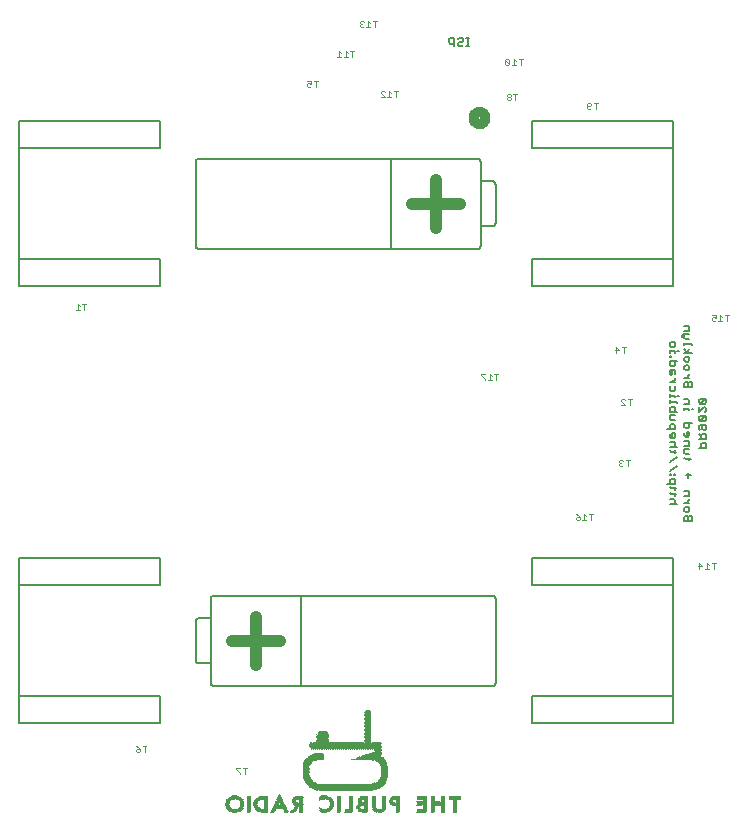
<source format=gbo>
G75*
%MOIN*%
%OFA0B0*%
%FSLAX24Y24*%
%IPPOS*%
%LPD*%
%AMOC8*
5,1,8,0,0,1.08239X$1,22.5*
%
%ADD10R,0.0110X0.0010*%
%ADD11R,0.0010X0.0010*%
%ADD12R,0.0030X0.0010*%
%ADD13R,0.0070X0.0010*%
%ADD14C,0.0070*%
%ADD15C,0.0320*%
%ADD16C,0.0050*%
%ADD17C,0.0080*%
%ADD18C,0.0400*%
%ADD19C,0.0040*%
%ADD20R,0.0015X0.0015*%
%ADD21R,0.0107X0.0015*%
%ADD22R,0.0123X0.0015*%
%ADD23R,0.0138X0.0015*%
%ADD24R,0.0353X0.0015*%
%ADD25R,0.0230X0.0015*%
%ADD26R,0.0261X0.0015*%
%ADD27R,0.0292X0.0015*%
%ADD28R,0.0154X0.0015*%
%ADD29R,0.0276X0.0015*%
%ADD30R,0.0322X0.0015*%
%ADD31R,0.0307X0.0015*%
%ADD32R,0.0169X0.0015*%
%ADD33R,0.0338X0.0015*%
%ADD34R,0.0384X0.0015*%
%ADD35R,0.0369X0.0015*%
%ADD36R,0.0415X0.0015*%
%ADD37R,0.0399X0.0015*%
%ADD38R,0.0445X0.0015*%
%ADD39R,0.0476X0.0015*%
%ADD40R,0.0200X0.0015*%
%ADD41R,0.0430X0.0015*%
%ADD42R,0.0077X0.0015*%
%ADD43R,0.0184X0.0015*%
%ADD44R,0.0046X0.0015*%
%ADD45R,0.0031X0.0015*%
%ADD46R,0.0246X0.0015*%
%ADD47R,0.0461X0.0015*%
%ADD48R,0.0092X0.0015*%
%ADD49R,0.0061X0.0015*%
%ADD50R,0.1981X0.0015*%
%ADD51R,0.2165X0.0015*%
%ADD52R,0.2288X0.0015*%
%ADD53R,0.2380X0.0015*%
%ADD54R,0.2472X0.0015*%
%ADD55R,0.2533X0.0015*%
%ADD56R,0.2595X0.0015*%
%ADD57R,0.0215X0.0015*%
%ADD58R,0.1075X0.0015*%
%ADD59R,0.0568X0.0015*%
%ADD60R,0.0952X0.0015*%
%ADD61R,0.0844X0.0015*%
%ADD62R,0.0537X0.0015*%
%ADD63R,0.0691X0.0015*%
%ADD64R,0.0507X0.0015*%
%ADD65R,0.0583X0.0015*%
%ADD66R,0.2365X0.0015*%
%ADD67R,0.2395X0.0015*%
%ADD68R,0.2349X0.0015*%
D10*
X014160Y005150D03*
D11*
X014200Y005160D03*
D12*
X014170Y005160D03*
X014130Y005160D03*
D13*
X014160Y005170D03*
D14*
X024772Y011220D02*
X025022Y011220D01*
X024939Y011262D02*
X024939Y011345D01*
X024897Y011387D01*
X024772Y011387D01*
X024814Y011556D02*
X024772Y011598D01*
X024814Y011556D02*
X024980Y011556D01*
X024939Y011515D02*
X024939Y011598D01*
X024939Y011711D02*
X024939Y011794D01*
X024980Y011753D02*
X024814Y011753D01*
X024772Y011794D01*
X024772Y011907D02*
X024772Y012033D01*
X024814Y012074D01*
X024897Y012074D01*
X024939Y012033D01*
X024939Y011907D01*
X024688Y011907D01*
X024772Y012202D02*
X024814Y012202D01*
X024814Y012244D01*
X024772Y012244D01*
X024772Y012202D01*
X024897Y012202D02*
X024939Y012202D01*
X024939Y012244D01*
X024897Y012244D01*
X024897Y012202D01*
X024772Y012349D02*
X025022Y012516D01*
X024772Y012644D02*
X025022Y012811D01*
X024939Y012939D02*
X024939Y013022D01*
X024980Y012980D02*
X024814Y012980D01*
X024772Y013022D01*
X024772Y013135D02*
X025022Y013135D01*
X024939Y013177D02*
X024939Y013260D01*
X024897Y013302D01*
X024772Y013302D01*
X024814Y013430D02*
X024897Y013430D01*
X024939Y013471D01*
X024939Y013555D01*
X024897Y013597D01*
X024855Y013597D01*
X024855Y013430D01*
X024814Y013430D02*
X024772Y013471D01*
X024772Y013555D01*
X024772Y013724D02*
X024772Y013850D01*
X024814Y013891D01*
X024897Y013891D01*
X024939Y013850D01*
X024939Y013724D01*
X024688Y013724D01*
X024814Y014019D02*
X024772Y014061D01*
X024772Y014186D01*
X024939Y014186D01*
X024939Y014314D02*
X024939Y014439D01*
X024897Y014481D01*
X024814Y014481D01*
X024772Y014439D01*
X024772Y014314D01*
X025022Y014314D01*
X025252Y014363D02*
X025252Y014446D01*
X025252Y014405D02*
X025419Y014405D01*
X025419Y014363D01*
X025502Y014405D02*
X025544Y014405D01*
X025732Y014456D02*
X025732Y014289D01*
X025899Y014456D01*
X025940Y014456D01*
X025982Y014414D01*
X025982Y014331D01*
X025940Y014289D01*
X025940Y014161D02*
X025774Y013995D01*
X025732Y014036D01*
X025732Y014120D01*
X025774Y014161D01*
X025940Y014161D01*
X025982Y014120D01*
X025982Y014036D01*
X025940Y013995D01*
X025774Y013995D01*
X025774Y013867D02*
X025940Y013867D01*
X025982Y013825D01*
X025982Y013742D01*
X025940Y013700D01*
X025899Y013700D01*
X025857Y013742D01*
X025857Y013867D01*
X025774Y013867D02*
X025732Y013825D01*
X025732Y013742D01*
X025774Y013700D01*
X025732Y013572D02*
X025815Y013489D01*
X025815Y013530D02*
X025815Y013405D01*
X025732Y013405D02*
X025982Y013405D01*
X025982Y013530D01*
X025940Y013572D01*
X025857Y013572D01*
X025815Y013530D01*
X025857Y013277D02*
X025815Y013236D01*
X025815Y013111D01*
X025732Y013111D02*
X025982Y013111D01*
X025982Y013236D01*
X025940Y013277D01*
X025857Y013277D01*
X025419Y013309D02*
X025377Y013351D01*
X025252Y013351D01*
X025294Y013479D02*
X025377Y013479D01*
X025419Y013521D01*
X025419Y013604D01*
X025377Y013646D01*
X025335Y013646D01*
X025335Y013479D01*
X025294Y013479D02*
X025252Y013521D01*
X025252Y013604D01*
X025294Y013774D02*
X025377Y013774D01*
X025419Y013815D01*
X025419Y013940D01*
X025502Y013940D02*
X025252Y013940D01*
X025252Y013815D01*
X025294Y013774D01*
X024939Y014019D02*
X024814Y014019D01*
X024772Y014608D02*
X024772Y014692D01*
X024772Y014650D02*
X025022Y014650D01*
X025022Y014608D01*
X024939Y014805D02*
X024939Y014847D01*
X024772Y014847D01*
X024772Y014888D02*
X024772Y014805D01*
X024814Y015001D02*
X024772Y015043D01*
X024772Y015168D01*
X024772Y015296D02*
X024939Y015296D01*
X024939Y015379D02*
X024939Y015421D01*
X024939Y015379D02*
X024855Y015296D01*
X024939Y015168D02*
X024939Y015043D01*
X024897Y015001D01*
X024814Y015001D01*
X025022Y014847D02*
X025064Y014847D01*
X025252Y014726D02*
X025377Y014726D01*
X025419Y014684D01*
X025419Y014559D01*
X025252Y014559D01*
X025732Y014626D02*
X025774Y014584D01*
X025940Y014751D01*
X025774Y014751D01*
X025732Y014709D01*
X025732Y014626D01*
X025774Y014584D02*
X025940Y014584D01*
X025982Y014626D01*
X025982Y014709D01*
X025940Y014751D01*
X025502Y015149D02*
X025252Y015149D01*
X025252Y015274D01*
X025294Y015315D01*
X025335Y015315D01*
X025377Y015274D01*
X025377Y015149D01*
X025377Y015274D02*
X025419Y015315D01*
X025460Y015315D01*
X025502Y015274D01*
X025502Y015149D01*
X025419Y015443D02*
X025252Y015443D01*
X025335Y015443D02*
X025419Y015527D01*
X025419Y015568D01*
X025377Y015689D02*
X025294Y015689D01*
X025252Y015730D01*
X025252Y015814D01*
X025294Y015856D01*
X025377Y015856D01*
X025419Y015814D01*
X025419Y015730D01*
X025377Y015689D01*
X025377Y015983D02*
X025294Y015983D01*
X025252Y016025D01*
X025252Y016109D01*
X025294Y016150D01*
X025377Y016150D01*
X025419Y016109D01*
X025419Y016025D01*
X025377Y015983D01*
X025335Y016278D02*
X025419Y016403D01*
X025502Y016524D02*
X025502Y016565D01*
X025252Y016565D01*
X025252Y016524D02*
X025252Y016607D01*
X025294Y016720D02*
X025252Y016762D01*
X025252Y016887D01*
X025210Y016887D02*
X025168Y016845D01*
X025168Y016803D01*
X025210Y016887D02*
X025419Y016887D01*
X025419Y017015D02*
X025419Y017140D01*
X025377Y017182D01*
X025252Y017182D01*
X025252Y017015D02*
X025419Y017015D01*
X025419Y016720D02*
X025294Y016720D01*
X025252Y016403D02*
X025335Y016278D01*
X025252Y016278D02*
X025502Y016278D01*
X025064Y016320D02*
X025022Y016320D01*
X024939Y016320D02*
X024772Y016320D01*
X024772Y016361D02*
X024772Y016278D01*
X024772Y016172D02*
X024772Y016131D01*
X024814Y016131D01*
X024814Y016172D01*
X024772Y016172D01*
X024772Y016003D02*
X024772Y015878D01*
X024814Y015836D01*
X024897Y015836D01*
X024939Y015878D01*
X024939Y016003D01*
X025022Y016003D02*
X024772Y016003D01*
X024772Y015708D02*
X024772Y015583D01*
X024814Y015541D01*
X024855Y015583D01*
X024855Y015708D01*
X024897Y015708D02*
X024772Y015708D01*
X024897Y015708D02*
X024939Y015667D01*
X024939Y015583D01*
X024939Y016278D02*
X024939Y016320D01*
X024897Y016475D02*
X024814Y016475D01*
X024772Y016516D01*
X024772Y016600D01*
X024814Y016641D01*
X024897Y016641D01*
X024939Y016600D01*
X024939Y016516D01*
X024897Y016475D01*
X025419Y013309D02*
X025419Y013184D01*
X025252Y013184D01*
X025252Y013056D02*
X025419Y013056D01*
X025419Y012890D02*
X025294Y012890D01*
X025252Y012931D01*
X025252Y013056D01*
X025252Y012777D02*
X025294Y012735D01*
X025460Y012735D01*
X025419Y012693D02*
X025419Y012777D01*
X025377Y012271D02*
X025377Y012104D01*
X025460Y012187D02*
X025294Y012187D01*
X025252Y011681D02*
X025377Y011681D01*
X025419Y011640D01*
X025419Y011515D01*
X025252Y011515D01*
X025419Y011394D02*
X025419Y011352D01*
X025335Y011269D01*
X025252Y011269D02*
X025419Y011269D01*
X025377Y011141D02*
X025419Y011099D01*
X025419Y011016D01*
X025377Y010974D01*
X025294Y010974D01*
X025252Y011016D01*
X025252Y011099D01*
X025294Y011141D01*
X025377Y011141D01*
X025419Y010847D02*
X025377Y010805D01*
X025377Y010680D01*
X025377Y010805D02*
X025335Y010847D01*
X025294Y010847D01*
X025252Y010805D01*
X025252Y010680D01*
X025502Y010680D01*
X025502Y010805D01*
X025460Y010847D01*
X025419Y010847D01*
X024939Y011262D02*
X024897Y011220D01*
X024897Y013135D02*
X024939Y013177D01*
D15*
X018227Y024101D02*
X018229Y024128D01*
X018235Y024155D01*
X018244Y024181D01*
X018257Y024205D01*
X018273Y024228D01*
X018292Y024247D01*
X018314Y024264D01*
X018338Y024278D01*
X018363Y024288D01*
X018390Y024295D01*
X018417Y024298D01*
X018445Y024297D01*
X018472Y024292D01*
X018498Y024284D01*
X018522Y024272D01*
X018545Y024256D01*
X018566Y024238D01*
X018583Y024217D01*
X018598Y024193D01*
X018609Y024168D01*
X018617Y024142D01*
X018621Y024115D01*
X018621Y024087D01*
X018617Y024060D01*
X018609Y024034D01*
X018598Y024009D01*
X018583Y023985D01*
X018566Y023964D01*
X018545Y023946D01*
X018523Y023930D01*
X018498Y023918D01*
X018472Y023910D01*
X018445Y023905D01*
X018417Y023904D01*
X018390Y023907D01*
X018363Y023914D01*
X018338Y023924D01*
X018314Y023938D01*
X018292Y023955D01*
X018273Y023974D01*
X018257Y023997D01*
X018244Y024021D01*
X018235Y024047D01*
X018229Y024074D01*
X018227Y024101D01*
D16*
X007760Y003926D02*
X003060Y003926D01*
X003060Y004826D01*
X007760Y004826D01*
X007760Y003926D01*
X007760Y008526D02*
X003060Y008526D01*
X003060Y004826D01*
X003060Y008526D02*
X003060Y009426D01*
X007760Y009426D01*
X007760Y008526D01*
X007760Y018493D02*
X003060Y018493D01*
X003060Y019393D01*
X003060Y023093D01*
X007760Y023093D01*
X007760Y023993D01*
X003060Y023993D01*
X003060Y023093D01*
X003060Y019393D02*
X007760Y019393D01*
X007760Y018493D01*
X017401Y026629D02*
X017446Y026584D01*
X017581Y026584D01*
X017581Y026494D02*
X017581Y026765D01*
X017446Y026765D01*
X017401Y026720D01*
X017401Y026629D01*
X017696Y026584D02*
X017696Y026539D01*
X017741Y026494D01*
X017831Y026494D01*
X017876Y026539D01*
X017831Y026629D02*
X017741Y026629D01*
X017696Y026584D01*
X017696Y026720D02*
X017741Y026765D01*
X017831Y026765D01*
X017876Y026720D01*
X017876Y026675D01*
X017831Y026629D01*
X017982Y026494D02*
X018072Y026494D01*
X018027Y026494D02*
X018027Y026765D01*
X018072Y026765D02*
X017982Y026765D01*
X020160Y023993D02*
X020160Y023093D01*
X024860Y023093D01*
X024860Y023993D01*
X020160Y023993D01*
X020160Y019393D02*
X024860Y019393D01*
X024860Y023093D01*
X024860Y019393D02*
X024860Y018493D01*
X020160Y018493D01*
X020160Y019393D01*
X020160Y009426D02*
X020160Y008526D01*
X024860Y008526D01*
X024860Y004826D01*
X020160Y004826D01*
X020160Y003926D01*
X024860Y003926D01*
X024860Y004826D01*
X024860Y008526D02*
X024860Y009426D01*
X020160Y009426D01*
D17*
X018860Y008176D02*
X012460Y008176D01*
X009560Y008176D01*
X009543Y008174D01*
X009526Y008170D01*
X009510Y008163D01*
X009496Y008153D01*
X009483Y008140D01*
X009473Y008126D01*
X009466Y008110D01*
X009462Y008093D01*
X009460Y008076D01*
X009460Y007426D01*
X009060Y007426D01*
X009043Y007424D01*
X009026Y007420D01*
X009010Y007413D01*
X008996Y007403D01*
X008983Y007390D01*
X008973Y007376D01*
X008966Y007360D01*
X008962Y007343D01*
X008960Y007326D01*
X008960Y006026D01*
X008962Y006009D01*
X008966Y005992D01*
X008973Y005976D01*
X008983Y005962D01*
X008996Y005949D01*
X009010Y005939D01*
X009026Y005932D01*
X009043Y005928D01*
X009060Y005926D01*
X009460Y005926D01*
X009460Y005276D01*
X009462Y005259D01*
X009466Y005242D01*
X009473Y005226D01*
X009483Y005212D01*
X009496Y005199D01*
X009510Y005189D01*
X009526Y005182D01*
X009543Y005178D01*
X009560Y005176D01*
X012460Y005176D01*
X018860Y005176D01*
X018877Y005178D01*
X018894Y005182D01*
X018910Y005189D01*
X018924Y005199D01*
X018937Y005212D01*
X018947Y005226D01*
X018954Y005242D01*
X018958Y005259D01*
X018960Y005276D01*
X018960Y008076D01*
X018958Y008093D01*
X018954Y008110D01*
X018947Y008126D01*
X018937Y008140D01*
X018924Y008153D01*
X018910Y008163D01*
X018894Y008170D01*
X018877Y008174D01*
X018860Y008176D01*
X012460Y008176D02*
X012460Y005176D01*
X009460Y005926D02*
X009460Y007426D01*
X009060Y019743D02*
X015460Y019743D01*
X018360Y019743D01*
X018377Y019745D01*
X018394Y019749D01*
X018410Y019756D01*
X018424Y019766D01*
X018437Y019779D01*
X018447Y019793D01*
X018454Y019809D01*
X018458Y019826D01*
X018460Y019843D01*
X018460Y020493D01*
X018860Y020493D01*
X018877Y020495D01*
X018894Y020499D01*
X018910Y020506D01*
X018924Y020516D01*
X018937Y020529D01*
X018947Y020543D01*
X018954Y020559D01*
X018958Y020576D01*
X018960Y020593D01*
X018960Y021893D01*
X018958Y021910D01*
X018954Y021927D01*
X018947Y021943D01*
X018937Y021957D01*
X018924Y021970D01*
X018910Y021980D01*
X018894Y021987D01*
X018877Y021991D01*
X018860Y021993D01*
X018460Y021993D01*
X018460Y022643D01*
X018458Y022660D01*
X018454Y022677D01*
X018447Y022693D01*
X018437Y022707D01*
X018424Y022720D01*
X018410Y022730D01*
X018394Y022737D01*
X018377Y022741D01*
X018360Y022743D01*
X015460Y022743D01*
X009060Y022743D01*
X009043Y022741D01*
X009026Y022737D01*
X009010Y022730D01*
X008996Y022720D01*
X008983Y022707D01*
X008973Y022693D01*
X008966Y022677D01*
X008962Y022660D01*
X008960Y022643D01*
X008960Y019843D01*
X008962Y019826D01*
X008966Y019809D01*
X008973Y019793D01*
X008983Y019779D01*
X008996Y019766D01*
X009010Y019756D01*
X009026Y019749D01*
X009043Y019745D01*
X009060Y019743D01*
X015460Y019743D02*
X015460Y022743D01*
X018460Y021993D02*
X018460Y020493D01*
D18*
X017760Y021243D02*
X016160Y021243D01*
X016960Y020443D02*
X016960Y022043D01*
X010960Y007476D02*
X010960Y005876D01*
X011760Y006676D02*
X010160Y006676D01*
D19*
X007325Y003176D02*
X007192Y003176D01*
X007259Y003176D02*
X007259Y002976D01*
X007104Y003009D02*
X007071Y002976D01*
X007004Y002976D01*
X006971Y003009D01*
X006971Y003042D01*
X007004Y003076D01*
X007104Y003076D01*
X007104Y003009D01*
X007104Y003076D02*
X007038Y003142D01*
X006971Y003176D01*
X010317Y002428D02*
X010317Y002394D01*
X010451Y002261D01*
X010451Y002228D01*
X010605Y002228D02*
X010605Y002428D01*
X010672Y002428D02*
X010538Y002428D01*
X010451Y002428D02*
X010317Y002428D01*
X021632Y010725D02*
X021632Y010759D01*
X021665Y010792D01*
X021765Y010792D01*
X021765Y010725D01*
X021732Y010692D01*
X021665Y010692D01*
X021632Y010725D01*
X021765Y010792D02*
X021699Y010859D01*
X021632Y010892D01*
X021920Y010892D02*
X021920Y010692D01*
X021986Y010692D02*
X021853Y010692D01*
X021986Y010826D02*
X021920Y010892D01*
X022074Y010892D02*
X022207Y010892D01*
X022141Y010892D02*
X022141Y010692D01*
X023107Y012503D02*
X023173Y012503D01*
X023207Y012537D01*
X023140Y012603D02*
X023107Y012603D01*
X023073Y012570D01*
X023073Y012537D01*
X023107Y012503D01*
X023107Y012603D02*
X023073Y012637D01*
X023073Y012670D01*
X023107Y012703D01*
X023173Y012703D01*
X023207Y012670D01*
X023294Y012703D02*
X023428Y012703D01*
X023361Y012703D02*
X023361Y012503D01*
X023285Y014550D02*
X023152Y014684D01*
X023152Y014717D01*
X023185Y014751D01*
X023252Y014751D01*
X023285Y014717D01*
X023373Y014751D02*
X023506Y014751D01*
X023440Y014751D02*
X023440Y014550D01*
X023285Y014550D02*
X023152Y014550D01*
X023243Y016283D02*
X023243Y016483D01*
X023310Y016483D02*
X023176Y016483D01*
X023089Y016383D02*
X022955Y016383D01*
X022989Y016483D02*
X023089Y016383D01*
X022989Y016283D02*
X022989Y016483D01*
X026159Y017379D02*
X026193Y017346D01*
X026259Y017346D01*
X026293Y017379D01*
X026293Y017446D02*
X026226Y017479D01*
X026193Y017479D01*
X026159Y017446D01*
X026159Y017379D01*
X026293Y017446D02*
X026293Y017546D01*
X026159Y017546D01*
X026447Y017546D02*
X026447Y017346D01*
X026514Y017346D02*
X026380Y017346D01*
X026514Y017479D02*
X026447Y017546D01*
X026601Y017546D02*
X026735Y017546D01*
X026668Y017546D02*
X026668Y017346D01*
X022298Y024393D02*
X022298Y024593D01*
X022365Y024593D02*
X022231Y024593D01*
X022144Y024560D02*
X022110Y024593D01*
X022044Y024593D01*
X022010Y024560D01*
X022010Y024426D01*
X022044Y024393D01*
X022110Y024393D01*
X022144Y024426D01*
X022110Y024493D02*
X022010Y024493D01*
X022110Y024493D02*
X022144Y024526D01*
X022144Y024560D01*
X019794Y025877D02*
X019794Y026077D01*
X019861Y026077D02*
X019727Y026077D01*
X019640Y026011D02*
X019573Y026077D01*
X019573Y025877D01*
X019640Y025877D02*
X019506Y025877D01*
X019419Y025911D02*
X019285Y026044D01*
X019285Y025911D01*
X019319Y025877D01*
X019385Y025877D01*
X019419Y025911D01*
X019419Y026044D01*
X019385Y026077D01*
X019319Y026077D01*
X019285Y026044D01*
X019366Y024908D02*
X019333Y024875D01*
X019333Y024841D01*
X019366Y024808D01*
X019433Y024808D01*
X019467Y024841D01*
X019467Y024875D01*
X019433Y024908D01*
X019366Y024908D01*
X019366Y024808D02*
X019333Y024775D01*
X019333Y024741D01*
X019366Y024708D01*
X019433Y024708D01*
X019467Y024741D01*
X019467Y024775D01*
X019433Y024808D01*
X019554Y024908D02*
X019688Y024908D01*
X019621Y024908D02*
X019621Y024708D01*
X015711Y024987D02*
X015578Y024987D01*
X015644Y024987D02*
X015644Y024787D01*
X015490Y024787D02*
X015357Y024787D01*
X015423Y024787D02*
X015423Y024987D01*
X015490Y024920D01*
X015269Y024953D02*
X015236Y024987D01*
X015169Y024987D01*
X015136Y024953D01*
X015136Y024920D01*
X015269Y024787D01*
X015136Y024787D01*
X014188Y026125D02*
X014188Y026325D01*
X014254Y026325D02*
X014121Y026325D01*
X014034Y026259D02*
X013967Y026325D01*
X013967Y026125D01*
X014034Y026125D02*
X013900Y026125D01*
X013813Y026125D02*
X013679Y026125D01*
X013746Y026125D02*
X013746Y026325D01*
X013813Y026259D01*
X014460Y027149D02*
X014527Y027149D01*
X014561Y027182D01*
X014648Y027149D02*
X014782Y027149D01*
X014715Y027149D02*
X014715Y027349D01*
X014782Y027282D01*
X014869Y027349D02*
X015003Y027349D01*
X014936Y027349D02*
X014936Y027149D01*
X014561Y027316D02*
X014527Y027349D01*
X014460Y027349D01*
X014427Y027316D01*
X014427Y027282D01*
X014460Y027249D01*
X014427Y027216D01*
X014427Y027182D01*
X014460Y027149D01*
X014460Y027249D02*
X014494Y027249D01*
X013034Y025341D02*
X012901Y025341D01*
X012967Y025341D02*
X012967Y025141D01*
X012813Y025174D02*
X012780Y025141D01*
X012713Y025141D01*
X012680Y025174D01*
X012680Y025241D01*
X012713Y025274D01*
X012746Y025274D01*
X012813Y025241D01*
X012813Y025341D01*
X012680Y025341D01*
X005317Y017900D02*
X005184Y017900D01*
X005251Y017900D02*
X005251Y017700D01*
X005096Y017700D02*
X004963Y017700D01*
X005030Y017700D02*
X005030Y017900D01*
X005096Y017833D01*
X018482Y015577D02*
X018482Y015544D01*
X018616Y015411D01*
X018616Y015377D01*
X018703Y015377D02*
X018837Y015377D01*
X018770Y015377D02*
X018770Y015577D01*
X018837Y015511D01*
X018924Y015577D02*
X019058Y015577D01*
X018991Y015577D02*
X018991Y015377D01*
X018616Y015577D02*
X018482Y015577D01*
X025757Y009275D02*
X025857Y009175D01*
X025724Y009175D01*
X025757Y009075D02*
X025757Y009275D01*
X026012Y009275D02*
X026012Y009075D01*
X026078Y009075D02*
X025945Y009075D01*
X026078Y009208D02*
X026012Y009275D01*
X026166Y009275D02*
X026299Y009275D01*
X026232Y009275D02*
X026232Y009075D01*
D20*
X017660Y000937D03*
X017629Y000937D03*
X017599Y000937D03*
X017568Y000937D03*
X017261Y000937D03*
X017230Y000937D03*
X017199Y000937D03*
X017169Y000937D03*
X016923Y000937D03*
X016892Y000937D03*
X016861Y000937D03*
X016831Y000937D03*
X016647Y000937D03*
X016616Y000937D03*
X016585Y000937D03*
X016554Y000937D03*
X016524Y000937D03*
X016493Y000937D03*
X016462Y000937D03*
X016432Y000937D03*
X016401Y000937D03*
X016370Y000937D03*
X016339Y000937D03*
X016339Y001183D03*
X016370Y001183D03*
X016401Y001183D03*
X016432Y001183D03*
X016462Y001183D03*
X016493Y001183D03*
X016524Y001183D03*
X016539Y001290D03*
X016508Y001290D03*
X016478Y001290D03*
X016447Y001290D03*
X016416Y001290D03*
X016386Y001290D03*
X016355Y001290D03*
X015756Y000937D03*
X015725Y000937D03*
X015695Y000937D03*
X015664Y000937D03*
X015572Y001152D03*
X015618Y001260D03*
X015249Y000983D03*
X015096Y001045D03*
X015065Y001045D03*
X015019Y000937D03*
X014681Y000937D03*
X014650Y000937D03*
X014620Y000937D03*
X014589Y000937D03*
X014558Y000937D03*
X014528Y000937D03*
X014190Y000937D03*
X014159Y000937D03*
X014128Y000937D03*
X014098Y000937D03*
X014067Y000937D03*
X014036Y000937D03*
X014006Y000937D03*
X013975Y000937D03*
X013944Y000937D03*
X013791Y000937D03*
X013760Y000937D03*
X013729Y000937D03*
X013699Y000937D03*
X013330Y000937D03*
X013284Y001045D03*
X013253Y001045D03*
X013176Y000937D03*
X013100Y001106D03*
X013100Y001321D03*
X013161Y001352D03*
X013253Y001382D03*
X013284Y001382D03*
X013299Y001490D03*
X013330Y001490D03*
X013207Y001490D03*
X013176Y001490D03*
X013054Y001674D03*
X013023Y001674D03*
X013023Y001889D03*
X013008Y001904D03*
X012961Y001920D03*
X012869Y001981D03*
X012839Y002012D03*
X012685Y001889D03*
X012808Y001766D03*
X012747Y002196D03*
X012747Y002227D03*
X012747Y002319D03*
X012747Y002350D03*
X012747Y002442D03*
X012747Y002473D03*
X012777Y002534D03*
X012808Y002595D03*
X012839Y002626D03*
X013008Y002672D03*
X013054Y002687D03*
X013084Y002687D03*
X013115Y002687D03*
X013146Y002687D03*
X013207Y002749D03*
X013238Y002810D03*
X013207Y002872D03*
X013192Y002887D03*
X013223Y003041D03*
X013284Y003041D03*
X013345Y003041D03*
X013407Y003041D03*
X013468Y003041D03*
X013530Y003041D03*
X013591Y003041D03*
X013652Y003041D03*
X013714Y003041D03*
X013775Y003041D03*
X013837Y003041D03*
X013898Y003041D03*
X013960Y003041D03*
X014021Y003041D03*
X014082Y003041D03*
X014144Y003041D03*
X014205Y003041D03*
X014267Y003041D03*
X014328Y003041D03*
X014389Y003041D03*
X014451Y003041D03*
X014512Y003041D03*
X014574Y003041D03*
X014635Y003041D03*
X014697Y003041D03*
X014727Y003041D03*
X014758Y003041D03*
X014819Y003041D03*
X014881Y003041D03*
X014865Y002933D03*
X014712Y002872D03*
X014681Y002872D03*
X014635Y002856D03*
X014620Y002841D03*
X014589Y002841D03*
X014543Y002826D03*
X014451Y002795D03*
X014359Y002764D03*
X014343Y002749D03*
X014343Y002687D03*
X014313Y002687D03*
X014282Y002687D03*
X014251Y002687D03*
X014221Y002687D03*
X014190Y002687D03*
X014251Y002718D03*
X014374Y002687D03*
X014405Y002687D03*
X014436Y002687D03*
X014466Y002687D03*
X014497Y002687D03*
X014528Y002687D03*
X014558Y002687D03*
X014589Y002687D03*
X014620Y002687D03*
X014650Y002687D03*
X014681Y002687D03*
X014712Y002687D03*
X014743Y002687D03*
X014773Y002687D03*
X014804Y002687D03*
X014835Y002687D03*
X014865Y002687D03*
X014881Y002672D03*
X014911Y002672D03*
X015111Y002565D03*
X015142Y002534D03*
X015142Y002503D03*
X015173Y002442D03*
X015173Y002350D03*
X015173Y002319D03*
X015173Y002227D03*
X015173Y002196D03*
X015357Y002165D03*
X015357Y002135D03*
X015357Y002258D03*
X015357Y002288D03*
X015357Y002380D03*
X015357Y002411D03*
X015357Y002503D03*
X015357Y002534D03*
X015326Y002565D03*
X015326Y002595D03*
X015295Y002657D03*
X015265Y002687D03*
X015173Y002780D03*
X015142Y002810D03*
X015142Y002841D03*
X015142Y002933D03*
X015142Y002964D03*
X015142Y003056D03*
X015142Y003087D03*
X015142Y003179D03*
X015142Y003210D03*
X014804Y003271D03*
X014804Y003363D03*
X014804Y003394D03*
X014804Y003486D03*
X014804Y003517D03*
X014804Y003609D03*
X014804Y003639D03*
X014804Y003732D03*
X014804Y003762D03*
X014804Y003854D03*
X014804Y003885D03*
X014804Y003977D03*
X014804Y004008D03*
X014804Y004100D03*
X014804Y004131D03*
X014804Y004223D03*
X014804Y004254D03*
X014773Y004315D03*
X014620Y004284D03*
X014620Y004192D03*
X014620Y004161D03*
X014620Y004069D03*
X014620Y004039D03*
X014620Y003947D03*
X014620Y003916D03*
X014620Y003824D03*
X014620Y003793D03*
X014620Y003701D03*
X014620Y003670D03*
X014620Y003578D03*
X014620Y003547D03*
X014620Y003455D03*
X014620Y003424D03*
X014620Y003332D03*
X014620Y003302D03*
X013391Y003271D03*
X013391Y003363D03*
X013391Y003394D03*
X013391Y003486D03*
X013391Y003517D03*
X013023Y003547D03*
X013023Y003455D03*
X013023Y003424D03*
X013023Y003332D03*
X013023Y003302D03*
X012854Y003256D03*
X012823Y003256D03*
X012808Y003240D03*
X012777Y003210D03*
X012777Y003179D03*
X012839Y003056D03*
X012854Y003041D03*
X012915Y003041D03*
X012977Y003041D03*
X013038Y003041D03*
X013100Y003041D03*
X013161Y003041D03*
X012977Y002887D03*
X012946Y002887D03*
X012931Y002872D03*
X012900Y002872D03*
X012839Y002841D03*
X012777Y002810D03*
X012685Y002749D03*
X012654Y002718D03*
X012562Y002534D03*
X012562Y002503D03*
X012562Y002411D03*
X012562Y002380D03*
X012562Y002288D03*
X012562Y002258D03*
X012562Y002165D03*
X012562Y002135D03*
X012301Y001474D03*
X012271Y001167D03*
X012255Y000937D03*
X012224Y000937D03*
X012194Y000937D03*
X012163Y000937D03*
X012132Y000937D03*
X012040Y000937D03*
X012010Y000937D03*
X011979Y000937D03*
X011948Y000937D03*
X011856Y001060D03*
X011825Y001060D03*
X011795Y001060D03*
X011764Y001060D03*
X011733Y001060D03*
X011702Y001060D03*
X011672Y001060D03*
X011580Y000937D03*
X011549Y000937D03*
X011518Y000937D03*
X011487Y000937D03*
X011365Y000937D03*
X011334Y000937D03*
X011303Y000937D03*
X011273Y000937D03*
X011242Y000937D03*
X011211Y000937D03*
X011180Y000937D03*
X011058Y000968D03*
X010781Y000937D03*
X010750Y000937D03*
X010720Y000937D03*
X010351Y000937D03*
X010305Y001045D03*
X010244Y001045D03*
X010198Y000937D03*
X010244Y001382D03*
X010274Y001382D03*
X010351Y001367D03*
X010351Y001490D03*
X010321Y001490D03*
X010290Y001490D03*
X010259Y001490D03*
X010228Y001490D03*
X010198Y001490D03*
X011104Y001474D03*
X011150Y001367D03*
X011764Y001521D03*
X012439Y000937D03*
X012470Y000937D03*
X012501Y000937D03*
X012532Y000937D03*
X014482Y001474D03*
X014865Y001674D03*
X014865Y001889D03*
X014896Y001889D03*
X014958Y001920D03*
X015111Y001766D03*
X015157Y001782D03*
X015203Y001828D03*
X015234Y001889D03*
X016969Y001290D03*
X017000Y001290D03*
X017030Y001290D03*
X017061Y001290D03*
X017092Y001290D03*
X017123Y001290D03*
D21*
X017215Y001306D03*
X017215Y001336D03*
X017215Y001367D03*
X017215Y001398D03*
X017215Y001428D03*
X017215Y001459D03*
X017215Y001152D03*
X017215Y001121D03*
X017215Y001091D03*
X017215Y001060D03*
X017215Y001029D03*
X017215Y000999D03*
X017215Y000968D03*
X015710Y000968D03*
X015710Y000999D03*
X015710Y001029D03*
X015710Y001060D03*
X015710Y001091D03*
X015710Y001121D03*
X015710Y001275D03*
X015710Y001306D03*
X015710Y001336D03*
X015710Y001367D03*
X015249Y001367D03*
X015249Y001336D03*
X015249Y001306D03*
X015249Y001275D03*
X015249Y001244D03*
X015249Y001213D03*
X015249Y001183D03*
X015249Y001152D03*
X015249Y001398D03*
X015249Y001428D03*
X015249Y001459D03*
X014911Y001459D03*
X014911Y001428D03*
X014911Y001398D03*
X014911Y001367D03*
X014911Y001336D03*
X014911Y001306D03*
X014911Y001275D03*
X014911Y001244D03*
X014911Y001213D03*
X014911Y001183D03*
X014911Y001152D03*
X014911Y001121D03*
X015096Y000937D03*
X014389Y001091D03*
X014389Y001121D03*
X013499Y001152D03*
X013499Y001275D03*
X013253Y000937D03*
X012486Y000968D03*
X012486Y000999D03*
X012486Y001029D03*
X012486Y001060D03*
X012486Y001091D03*
X012486Y001121D03*
X012486Y001275D03*
X012486Y001306D03*
X012486Y001336D03*
X012486Y001367D03*
X011764Y001444D03*
X010750Y001444D03*
X010750Y001474D03*
X010750Y001413D03*
X010750Y001382D03*
X010750Y001352D03*
X010750Y001321D03*
X010750Y001290D03*
X010750Y001260D03*
X010750Y001229D03*
X010750Y001198D03*
X010750Y001167D03*
X010750Y001137D03*
X010750Y001106D03*
X010750Y001075D03*
X010750Y001045D03*
X010750Y001014D03*
X010750Y000983D03*
X010750Y000952D03*
X010520Y001183D03*
X010520Y001213D03*
X010520Y001244D03*
X010274Y000937D03*
X010029Y001152D03*
X014712Y004330D03*
D22*
X014151Y001474D03*
X014151Y001459D03*
X014151Y001444D03*
X014151Y001428D03*
X014151Y001413D03*
X014151Y001398D03*
X014151Y001382D03*
X014151Y001367D03*
X014151Y001352D03*
X014151Y001336D03*
X014151Y001321D03*
X014151Y001306D03*
X014151Y001290D03*
X014151Y001275D03*
X014151Y001260D03*
X014151Y001244D03*
X014151Y001229D03*
X014151Y001213D03*
X014151Y001198D03*
X014151Y001183D03*
X014151Y001167D03*
X014151Y001152D03*
X014151Y001137D03*
X014151Y001121D03*
X014151Y001106D03*
X014151Y001091D03*
X014151Y001075D03*
X014151Y001060D03*
X014397Y001137D03*
X014443Y001306D03*
X014443Y001321D03*
X014443Y001336D03*
X014643Y001336D03*
X014643Y001321D03*
X014643Y001306D03*
X014643Y001290D03*
X014643Y001275D03*
X014643Y001352D03*
X014643Y001367D03*
X014643Y001152D03*
X014643Y001137D03*
X014643Y001121D03*
X014643Y001106D03*
X014643Y001091D03*
X014643Y001075D03*
X014643Y001060D03*
X014919Y001091D03*
X015226Y001075D03*
X015242Y001121D03*
X015487Y001275D03*
X015487Y001290D03*
X015487Y001306D03*
X015487Y001321D03*
X015487Y001336D03*
X016624Y001336D03*
X016624Y001321D03*
X016624Y001306D03*
X016624Y001290D03*
X016624Y001352D03*
X016624Y001367D03*
X016624Y001167D03*
X016624Y001152D03*
X016624Y001137D03*
X016624Y001121D03*
X016624Y001106D03*
X016624Y001091D03*
X016624Y001075D03*
X016624Y001060D03*
X016885Y001060D03*
X016885Y001075D03*
X016885Y001091D03*
X016885Y001106D03*
X016885Y001121D03*
X016885Y001137D03*
X016885Y001152D03*
X016885Y001167D03*
X016885Y001045D03*
X016885Y001029D03*
X016885Y001014D03*
X016885Y000999D03*
X016885Y000983D03*
X016885Y000968D03*
X016885Y000952D03*
X016885Y001290D03*
X016885Y001306D03*
X016885Y001321D03*
X016885Y001336D03*
X016885Y001352D03*
X016885Y001367D03*
X016885Y001382D03*
X016885Y001398D03*
X016885Y001413D03*
X016885Y001428D03*
X016885Y001444D03*
X016885Y001459D03*
X016885Y001474D03*
X017606Y001367D03*
X017606Y001352D03*
X017606Y001336D03*
X017606Y001321D03*
X017606Y001306D03*
X017606Y001290D03*
X017606Y001275D03*
X017606Y001260D03*
X017606Y001244D03*
X017606Y001229D03*
X017606Y001213D03*
X017606Y001198D03*
X017606Y001183D03*
X017606Y001167D03*
X017606Y001152D03*
X017606Y001137D03*
X017606Y001121D03*
X017606Y001106D03*
X017606Y001091D03*
X017606Y001075D03*
X017606Y001060D03*
X017606Y001045D03*
X017606Y001029D03*
X017606Y001014D03*
X017606Y000999D03*
X017606Y000983D03*
X017606Y000968D03*
X017606Y000952D03*
X013737Y000952D03*
X013737Y000968D03*
X013737Y000983D03*
X013737Y000999D03*
X013737Y001014D03*
X013737Y001029D03*
X013737Y001045D03*
X013737Y001060D03*
X013737Y001075D03*
X013737Y001091D03*
X013737Y001106D03*
X013737Y001121D03*
X013737Y001137D03*
X013737Y001152D03*
X013737Y001167D03*
X013737Y001183D03*
X013737Y001198D03*
X013737Y001213D03*
X013737Y001229D03*
X013737Y001244D03*
X013737Y001260D03*
X013737Y001275D03*
X013737Y001290D03*
X013737Y001306D03*
X013737Y001321D03*
X013737Y001336D03*
X013737Y001352D03*
X013737Y001367D03*
X013737Y001382D03*
X013737Y001398D03*
X013737Y001413D03*
X013737Y001428D03*
X013737Y001444D03*
X013737Y001459D03*
X013737Y001474D03*
X013507Y001244D03*
X013507Y001229D03*
X013507Y001213D03*
X013507Y001198D03*
X013507Y001183D03*
X012248Y001290D03*
X012248Y001306D03*
X012248Y001321D03*
X012248Y001336D03*
X011879Y001183D03*
X011848Y001244D03*
X011664Y001229D03*
X011664Y001213D03*
X011572Y001029D03*
X011557Y000999D03*
X011311Y001060D03*
X011311Y001075D03*
X011311Y001091D03*
X011311Y001106D03*
X011311Y001121D03*
X011311Y001137D03*
X011311Y001152D03*
X011311Y001167D03*
X011311Y001183D03*
X011311Y001198D03*
X011311Y001213D03*
X011311Y001229D03*
X011311Y001244D03*
X011311Y001260D03*
X011311Y001275D03*
X011311Y001290D03*
X011311Y001306D03*
X011311Y001321D03*
X011311Y001336D03*
X011311Y001352D03*
X011311Y001367D03*
X011756Y001413D03*
X011756Y001428D03*
X011940Y001060D03*
X011971Y000999D03*
X011986Y000968D03*
X010958Y001167D03*
X010958Y001183D03*
X010958Y001198D03*
X010958Y001213D03*
X010958Y001229D03*
X010958Y001260D03*
X010512Y001275D03*
X010512Y001290D03*
X010512Y001152D03*
X010512Y001137D03*
X010021Y001183D03*
X010021Y001198D03*
X010021Y001213D03*
X010021Y001244D03*
X010036Y001275D03*
D23*
X010029Y001290D03*
X010044Y001306D03*
X010029Y001260D03*
X010029Y001229D03*
X010029Y001167D03*
X010029Y001137D03*
X010044Y001121D03*
X010489Y001106D03*
X010505Y001121D03*
X010520Y001167D03*
X010520Y001198D03*
X010520Y001229D03*
X010520Y001260D03*
X010505Y001306D03*
X010489Y001321D03*
X010750Y001336D03*
X010750Y001306D03*
X010750Y001275D03*
X010750Y001244D03*
X010750Y001213D03*
X010750Y001183D03*
X010750Y001152D03*
X010750Y001121D03*
X010750Y001091D03*
X010750Y001060D03*
X010750Y001029D03*
X010750Y000999D03*
X010750Y000968D03*
X010996Y001091D03*
X010981Y001121D03*
X010981Y001137D03*
X010965Y001152D03*
X010965Y001244D03*
X010965Y001275D03*
X010981Y001290D03*
X010981Y001306D03*
X010996Y001336D03*
X010750Y001367D03*
X010750Y001398D03*
X010750Y001428D03*
X010750Y001459D03*
X011580Y001060D03*
X011580Y001045D03*
X011564Y001014D03*
X011549Y000968D03*
X011534Y000952D03*
X011641Y001183D03*
X011656Y001198D03*
X011672Y001244D03*
X011687Y001260D03*
X011841Y001260D03*
X011856Y001229D03*
X011856Y001213D03*
X011871Y001198D03*
X011948Y001045D03*
X011948Y001029D03*
X011963Y001014D03*
X011979Y000983D03*
X011994Y000952D03*
X012224Y000968D03*
X012301Y001075D03*
X012317Y001091D03*
X012486Y001106D03*
X012486Y001075D03*
X012486Y001045D03*
X012486Y001014D03*
X012486Y000983D03*
X012486Y000952D03*
X012486Y001260D03*
X012486Y001290D03*
X012486Y001321D03*
X012486Y001352D03*
X012255Y001352D03*
X012255Y001275D03*
X011764Y001398D03*
X013161Y001382D03*
X013484Y001306D03*
X013499Y001290D03*
X013499Y001260D03*
X013499Y001167D03*
X013499Y001137D03*
X013484Y001121D03*
X013161Y001045D03*
X014389Y001075D03*
X014405Y001060D03*
X014389Y001106D03*
X014405Y001152D03*
X014466Y001275D03*
X014451Y001290D03*
X014451Y001352D03*
X014466Y001367D03*
X014911Y001352D03*
X014911Y001382D03*
X014911Y001413D03*
X014911Y001444D03*
X014911Y001474D03*
X014911Y001321D03*
X014911Y001290D03*
X014911Y001260D03*
X014911Y001229D03*
X014911Y001198D03*
X014911Y001167D03*
X014911Y001137D03*
X014911Y001106D03*
X014927Y001075D03*
X015234Y001091D03*
X015249Y001106D03*
X015249Y001137D03*
X015249Y001167D03*
X015249Y001198D03*
X015249Y001229D03*
X015249Y001260D03*
X015249Y001290D03*
X015249Y001321D03*
X015249Y001352D03*
X015249Y001382D03*
X015249Y001413D03*
X015249Y001444D03*
X015249Y001474D03*
X015495Y001352D03*
X015510Y001367D03*
X015710Y001352D03*
X015710Y001321D03*
X015710Y001290D03*
X015710Y001260D03*
X015710Y001137D03*
X015710Y001106D03*
X015710Y001075D03*
X015710Y001045D03*
X015710Y001014D03*
X015710Y000983D03*
X015710Y000952D03*
X016616Y001183D03*
X017215Y001167D03*
X017215Y001137D03*
X017215Y001106D03*
X017215Y001075D03*
X017215Y001045D03*
X017215Y001014D03*
X017215Y000983D03*
X017215Y000952D03*
X017215Y001290D03*
X017215Y001321D03*
X017215Y001352D03*
X017215Y001382D03*
X017215Y001413D03*
X017215Y001444D03*
X017215Y001474D03*
D24*
X016508Y001474D03*
X016508Y001459D03*
X016508Y001444D03*
X016508Y001428D03*
X016508Y001413D03*
X016508Y001398D03*
X016508Y001382D03*
X016508Y001275D03*
X016508Y001260D03*
X016508Y001244D03*
X016508Y001229D03*
X016508Y001213D03*
X016508Y001198D03*
X016508Y001045D03*
X016508Y001029D03*
X016508Y001014D03*
X016508Y000999D03*
X016508Y000983D03*
X016508Y000968D03*
X016508Y000952D03*
X015602Y001382D03*
X014528Y001167D03*
X014528Y001045D03*
X014528Y001029D03*
X014528Y001014D03*
X013269Y000983D03*
X013269Y001444D03*
X012808Y001904D03*
X012378Y001413D03*
X012378Y001382D03*
X012378Y001229D03*
X011196Y001428D03*
X011196Y000999D03*
X013207Y003286D03*
X013207Y003409D03*
X013207Y003532D03*
X013207Y003563D03*
X013207Y003593D03*
X015111Y002672D03*
D25*
X015234Y002549D03*
X015249Y002519D03*
X015265Y002457D03*
X015265Y002426D03*
X015265Y002396D03*
X015265Y002365D03*
X015265Y002334D03*
X015265Y002304D03*
X015265Y002273D03*
X015265Y002242D03*
X015265Y002211D03*
X015265Y002181D03*
X015265Y002150D03*
X015234Y002089D03*
X015234Y002058D03*
X015664Y001474D03*
X015080Y000952D03*
X014712Y003256D03*
X014712Y003286D03*
X014712Y003317D03*
X014712Y003348D03*
X014712Y003378D03*
X014712Y003409D03*
X014712Y003440D03*
X014712Y003471D03*
X014712Y003501D03*
X014712Y003532D03*
X014712Y003563D03*
X014712Y003593D03*
X014712Y003624D03*
X014712Y003655D03*
X014712Y003686D03*
X014712Y003716D03*
X014712Y003747D03*
X014712Y003778D03*
X014712Y003808D03*
X014712Y003839D03*
X014712Y003870D03*
X014712Y003900D03*
X014712Y003931D03*
X014712Y003962D03*
X014712Y003993D03*
X014712Y004023D03*
X014712Y004054D03*
X014712Y004085D03*
X014712Y004115D03*
X014712Y004146D03*
X014712Y004177D03*
X014712Y004208D03*
X014712Y004238D03*
X012654Y002519D03*
X012654Y002488D03*
X012654Y002457D03*
X012654Y002396D03*
X012654Y002365D03*
X012654Y002334D03*
X012654Y002273D03*
X012654Y002242D03*
X012654Y002211D03*
X012654Y002181D03*
X012654Y002150D03*
X012685Y002058D03*
X012439Y001474D03*
X011764Y001321D03*
X010413Y001382D03*
D26*
X010274Y001474D03*
X010274Y000952D03*
X011764Y001275D03*
X012424Y001167D03*
X012409Y001459D03*
X012731Y001997D03*
X012700Y002027D03*
X013253Y001474D03*
X013253Y000952D03*
X014574Y000952D03*
X014574Y001444D03*
X015080Y000968D03*
X015633Y001183D03*
X015649Y001167D03*
X015633Y001459D03*
X015188Y001997D03*
X015219Y002027D03*
X015219Y002580D03*
X015188Y002611D03*
D27*
X015173Y001966D03*
X015142Y001935D03*
X015633Y001444D03*
X015618Y001428D03*
X014558Y001413D03*
X014558Y000968D03*
X014067Y000968D03*
X014067Y000983D03*
X014067Y000999D03*
X014067Y001014D03*
X014067Y001029D03*
X014067Y001045D03*
X014067Y000952D03*
X013253Y001459D03*
X012777Y001935D03*
X012747Y001966D03*
X012747Y002641D03*
X013207Y003624D03*
X011226Y001459D03*
X011226Y000968D03*
X010274Y001459D03*
X012409Y001137D03*
D28*
X012340Y001121D03*
X012324Y001106D03*
X012294Y001060D03*
X012278Y001045D03*
X012263Y001029D03*
X012248Y000999D03*
X012201Y000952D03*
X011557Y000983D03*
X010482Y001091D03*
X010482Y001336D03*
X010067Y001336D03*
X010052Y001321D03*
X010052Y001106D03*
X010067Y001091D03*
X013461Y001336D03*
X013476Y001321D03*
X013476Y001106D03*
X013476Y001091D03*
X014935Y001060D03*
X015226Y001060D03*
D29*
X014566Y001428D03*
X012708Y002611D03*
X012401Y001183D03*
X011234Y000952D03*
D30*
X012378Y001213D03*
X012393Y001198D03*
X012378Y001398D03*
X013269Y000968D03*
X014543Y000983D03*
X014543Y001213D03*
X014543Y001229D03*
X014543Y001382D03*
X015602Y001398D03*
X015618Y001413D03*
X015602Y001244D03*
X015157Y002641D03*
D31*
X014551Y001398D03*
X014551Y001260D03*
X014551Y001244D03*
X015073Y000983D03*
X015610Y001213D03*
X015625Y001198D03*
X012401Y001444D03*
X012386Y001428D03*
X010267Y000968D03*
D32*
X010090Y001060D03*
X010075Y001075D03*
X010075Y001352D03*
X010090Y001367D03*
X010459Y001367D03*
X010474Y001352D03*
X010474Y001075D03*
X010459Y001060D03*
X010996Y001106D03*
X011027Y001075D03*
X010996Y001321D03*
X011027Y001352D03*
X011042Y001367D03*
X011764Y001382D03*
X012271Y001367D03*
X012286Y001260D03*
X012255Y001014D03*
X012224Y000983D03*
X013437Y001060D03*
X013453Y001075D03*
X013453Y001352D03*
X013437Y001367D03*
X014958Y001045D03*
X015203Y001045D03*
X015510Y001260D03*
X015679Y001152D03*
X013084Y002887D03*
X014712Y004300D03*
D33*
X014981Y002918D03*
X014535Y001198D03*
X014535Y001183D03*
X014535Y000999D03*
X015073Y000999D03*
X015610Y001229D03*
X012370Y001244D03*
X011203Y001444D03*
X011203Y000983D03*
D34*
X011180Y001398D03*
X011764Y001167D03*
X011764Y001152D03*
X010274Y000983D03*
X010274Y001444D03*
X012793Y002672D03*
X013038Y002856D03*
X013207Y003317D03*
X013207Y003348D03*
X013207Y003378D03*
X013207Y003440D03*
X013207Y003471D03*
X013207Y003501D03*
X013284Y001413D03*
X013284Y001014D03*
X015080Y001029D03*
X015096Y001904D03*
X017599Y001459D03*
X017614Y001444D03*
X017599Y001428D03*
X017614Y001413D03*
X017599Y001398D03*
X017614Y001382D03*
X017614Y001474D03*
D35*
X015073Y001014D03*
X013276Y000999D03*
X013276Y001428D03*
D36*
X011764Y001137D03*
X011165Y001382D03*
X010274Y001428D03*
X010274Y000999D03*
X013207Y003256D03*
X014927Y002887D03*
D37*
X013292Y001398D03*
X013292Y001029D03*
X011173Y001029D03*
X011173Y001014D03*
X011173Y001413D03*
D38*
X011764Y001106D03*
X011764Y001091D03*
X010274Y001014D03*
X010274Y001413D03*
X013008Y002826D03*
X017046Y001275D03*
X017046Y001244D03*
X017046Y001213D03*
X017046Y001183D03*
D39*
X014896Y002856D03*
X011764Y001075D03*
X010274Y001029D03*
X010274Y001398D03*
D40*
X010121Y001382D03*
X010121Y001045D03*
X010428Y001045D03*
X011764Y001336D03*
X013407Y001382D03*
X013407Y001045D03*
X014604Y001474D03*
X015034Y002979D03*
X015034Y003010D03*
D41*
X011756Y001121D03*
X011157Y001045D03*
D42*
X011764Y001459D03*
X013130Y001060D03*
D43*
X011756Y001352D03*
X011756Y001367D03*
X011035Y001060D03*
D44*
X011764Y001505D03*
X012639Y001950D03*
X012639Y001981D03*
X012608Y002012D03*
X012608Y002043D03*
X012639Y002073D03*
X012639Y002104D03*
X012608Y002135D03*
X012608Y002165D03*
X012578Y002196D03*
X012578Y002227D03*
X012608Y002258D03*
X012608Y002288D03*
X012578Y002319D03*
X012578Y002350D03*
X012608Y002380D03*
X012608Y002411D03*
X012578Y002442D03*
X012578Y002473D03*
X012608Y002503D03*
X012608Y002534D03*
X012578Y002565D03*
X012639Y002565D03*
X012639Y002595D03*
X012608Y002626D03*
X012670Y002626D03*
X012670Y002657D03*
X012700Y002687D03*
X012700Y002718D03*
X012731Y002749D03*
X012731Y002780D03*
X012793Y002780D03*
X012793Y002749D03*
X012823Y002718D03*
X012823Y002687D03*
X012793Y002657D03*
X012793Y002626D03*
X012762Y002595D03*
X012762Y002565D03*
X012731Y002534D03*
X012731Y002503D03*
X012700Y002473D03*
X012700Y002442D03*
X012670Y002411D03*
X012670Y002380D03*
X012700Y002350D03*
X012700Y002319D03*
X012670Y002288D03*
X012670Y002258D03*
X012700Y002227D03*
X012700Y002196D03*
X012670Y002165D03*
X012670Y002135D03*
X012700Y002104D03*
X012700Y002073D03*
X012670Y002043D03*
X012670Y002012D03*
X012700Y001981D03*
X012700Y001950D03*
X012670Y001920D03*
X012731Y001920D03*
X012731Y001889D03*
X012700Y001858D03*
X012762Y001858D03*
X012762Y001828D03*
X012793Y001797D03*
X012823Y001828D03*
X012823Y001858D03*
X012793Y001889D03*
X012793Y001920D03*
X012823Y001950D03*
X012823Y001981D03*
X012793Y002012D03*
X012793Y002043D03*
X012762Y002073D03*
X012762Y002104D03*
X012731Y002135D03*
X012731Y002165D03*
X012731Y002258D03*
X012731Y002288D03*
X012731Y002380D03*
X012731Y002411D03*
X012639Y002442D03*
X012639Y002473D03*
X012670Y002503D03*
X012670Y002534D03*
X012700Y002565D03*
X012700Y002595D03*
X012731Y002626D03*
X012731Y002657D03*
X012762Y002687D03*
X012762Y002718D03*
X012854Y002749D03*
X012854Y002780D03*
X012823Y002810D03*
X012885Y002810D03*
X012885Y002841D03*
X012946Y002841D03*
X012946Y002810D03*
X012915Y002780D03*
X012915Y002749D03*
X012885Y002718D03*
X012885Y002687D03*
X012915Y002657D03*
X012946Y002687D03*
X012946Y002718D03*
X012977Y002749D03*
X012977Y002780D03*
X013008Y002810D03*
X013008Y002841D03*
X013038Y002872D03*
X013069Y002841D03*
X013069Y002810D03*
X013100Y002780D03*
X013100Y002749D03*
X013130Y002718D03*
X013161Y002749D03*
X013161Y002780D03*
X013130Y002810D03*
X013130Y002841D03*
X013100Y002872D03*
X013161Y002872D03*
X013192Y002841D03*
X013192Y002810D03*
X013223Y002780D03*
X013192Y002718D03*
X013069Y002718D03*
X013038Y002749D03*
X013038Y002780D03*
X013008Y002718D03*
X013008Y002687D03*
X012854Y002657D03*
X012639Y002687D03*
X012639Y002350D03*
X012639Y002319D03*
X012639Y002227D03*
X012639Y002196D03*
X012578Y002104D03*
X012731Y002043D03*
X012731Y002012D03*
X012762Y001981D03*
X012762Y001950D03*
X012854Y001920D03*
X012854Y001889D03*
X012885Y001858D03*
X012885Y001828D03*
X012915Y001797D03*
X012915Y001766D03*
X012885Y001736D03*
X012854Y001766D03*
X012854Y001797D03*
X012946Y001828D03*
X012946Y001858D03*
X012915Y001889D03*
X012915Y001920D03*
X012885Y001950D03*
X012977Y001889D03*
X013008Y001858D03*
X013008Y001828D03*
X013038Y001797D03*
X013038Y001766D03*
X013008Y001736D03*
X013008Y001705D03*
X013069Y001705D03*
X013069Y001736D03*
X013100Y001766D03*
X013100Y001797D03*
X013130Y001828D03*
X013130Y001858D03*
X013069Y001858D03*
X013069Y001828D03*
X013161Y001797D03*
X013161Y001766D03*
X013130Y001736D03*
X013130Y001705D03*
X013100Y001674D03*
X013161Y001674D03*
X013192Y001705D03*
X013192Y001736D03*
X013223Y001766D03*
X013223Y001797D03*
X013253Y001828D03*
X013253Y001858D03*
X013192Y001858D03*
X013192Y001828D03*
X013284Y001797D03*
X013284Y001766D03*
X013315Y001736D03*
X013315Y001705D03*
X013345Y001674D03*
X013376Y001705D03*
X013376Y001736D03*
X013345Y001766D03*
X013345Y001797D03*
X013315Y001828D03*
X013315Y001858D03*
X013376Y001858D03*
X013376Y001828D03*
X013407Y001797D03*
X013407Y001766D03*
X013437Y001736D03*
X013437Y001705D03*
X013407Y001674D03*
X013468Y001674D03*
X013499Y001705D03*
X013499Y001736D03*
X013530Y001766D03*
X013530Y001797D03*
X013560Y001828D03*
X013560Y001858D03*
X013499Y001858D03*
X013499Y001828D03*
X013468Y001797D03*
X013468Y001766D03*
X013437Y001828D03*
X013437Y001858D03*
X013591Y001797D03*
X013591Y001766D03*
X013560Y001736D03*
X013560Y001705D03*
X013530Y001674D03*
X013591Y001674D03*
X013622Y001705D03*
X013622Y001736D03*
X013652Y001766D03*
X013652Y001797D03*
X013622Y001828D03*
X013622Y001858D03*
X013683Y001858D03*
X013683Y001828D03*
X013714Y001797D03*
X013714Y001766D03*
X013745Y001736D03*
X013745Y001705D03*
X013775Y001674D03*
X013806Y001705D03*
X013806Y001736D03*
X013837Y001766D03*
X013837Y001797D03*
X013867Y001828D03*
X013867Y001858D03*
X013806Y001858D03*
X013806Y001828D03*
X013775Y001797D03*
X013775Y001766D03*
X013745Y001828D03*
X013745Y001858D03*
X013683Y001736D03*
X013683Y001705D03*
X013652Y001674D03*
X013714Y001674D03*
X013837Y001674D03*
X013867Y001705D03*
X013867Y001736D03*
X013898Y001766D03*
X013898Y001797D03*
X013929Y001828D03*
X013929Y001858D03*
X013990Y001858D03*
X013990Y001828D03*
X013960Y001797D03*
X013960Y001766D03*
X013990Y001736D03*
X013990Y001705D03*
X013960Y001674D03*
X013929Y001705D03*
X013929Y001736D03*
X013898Y001674D03*
X014021Y001674D03*
X014052Y001705D03*
X014052Y001736D03*
X014082Y001766D03*
X014082Y001797D03*
X014052Y001828D03*
X014052Y001858D03*
X014113Y001858D03*
X014113Y001828D03*
X014144Y001797D03*
X014144Y001766D03*
X014174Y001736D03*
X014174Y001705D03*
X014144Y001674D03*
X014113Y001705D03*
X014113Y001736D03*
X014082Y001674D03*
X014021Y001766D03*
X014021Y001797D03*
X014174Y001828D03*
X014174Y001858D03*
X014236Y001858D03*
X014236Y001828D03*
X014267Y001797D03*
X014267Y001766D03*
X014297Y001736D03*
X014297Y001705D03*
X014267Y001674D03*
X014236Y001705D03*
X014236Y001736D03*
X014205Y001766D03*
X014205Y001797D03*
X014297Y001828D03*
X014297Y001858D03*
X014359Y001858D03*
X014359Y001828D03*
X014389Y001797D03*
X014389Y001766D03*
X014359Y001736D03*
X014359Y001705D03*
X014389Y001674D03*
X014420Y001705D03*
X014420Y001736D03*
X014451Y001766D03*
X014451Y001797D03*
X014482Y001828D03*
X014482Y001858D03*
X014543Y001858D03*
X014543Y001828D03*
X014574Y001797D03*
X014574Y001766D03*
X014604Y001736D03*
X014604Y001705D03*
X014574Y001674D03*
X014543Y001705D03*
X014543Y001736D03*
X014512Y001766D03*
X014512Y001797D03*
X014482Y001736D03*
X014482Y001705D03*
X014512Y001674D03*
X014451Y001674D03*
X014328Y001674D03*
X014328Y001766D03*
X014328Y001797D03*
X014420Y001828D03*
X014420Y001858D03*
X014604Y001858D03*
X014604Y001828D03*
X014635Y001797D03*
X014635Y001766D03*
X014666Y001736D03*
X014666Y001705D03*
X014697Y001674D03*
X014727Y001705D03*
X014727Y001736D03*
X014697Y001766D03*
X014697Y001797D03*
X014727Y001828D03*
X014727Y001858D03*
X014666Y001858D03*
X014666Y001828D03*
X014758Y001797D03*
X014758Y001766D03*
X014789Y001736D03*
X014789Y001705D03*
X014819Y001674D03*
X014850Y001705D03*
X014850Y001736D03*
X014819Y001766D03*
X014819Y001797D03*
X014789Y001828D03*
X014789Y001858D03*
X014850Y001858D03*
X014850Y001828D03*
X014881Y001797D03*
X014881Y001766D03*
X014911Y001736D03*
X014911Y001705D03*
X014973Y001705D03*
X014973Y001736D03*
X015004Y001766D03*
X015004Y001797D03*
X015034Y001828D03*
X015034Y001858D03*
X015004Y001889D03*
X015004Y001920D03*
X015034Y001950D03*
X015065Y001920D03*
X015065Y001889D03*
X015096Y001858D03*
X015096Y001828D03*
X015126Y001797D03*
X015157Y001828D03*
X015157Y001858D03*
X015126Y001889D03*
X015126Y001920D03*
X015096Y001950D03*
X015096Y001981D03*
X015126Y002012D03*
X015126Y002043D03*
X015157Y002073D03*
X015157Y002104D03*
X015188Y002135D03*
X015188Y002165D03*
X015219Y002196D03*
X015219Y002227D03*
X015249Y002258D03*
X015249Y002288D03*
X015219Y002319D03*
X015219Y002350D03*
X015249Y002380D03*
X015249Y002411D03*
X015219Y002442D03*
X015219Y002473D03*
X015249Y002503D03*
X015249Y002534D03*
X015219Y002565D03*
X015219Y002595D03*
X015249Y002626D03*
X015249Y002657D03*
X015219Y002687D03*
X015219Y002718D03*
X015188Y002749D03*
X015157Y002718D03*
X015157Y002687D03*
X015126Y002657D03*
X015126Y002626D03*
X015096Y002595D03*
X015065Y002626D03*
X015065Y002657D03*
X015034Y002687D03*
X015034Y002718D03*
X015004Y002749D03*
X015004Y002780D03*
X015034Y002810D03*
X015034Y002841D03*
X015004Y002872D03*
X015004Y002902D03*
X015034Y002933D03*
X015034Y002964D03*
X015004Y002995D03*
X015004Y003025D03*
X015034Y003056D03*
X015034Y003087D03*
X015004Y003117D03*
X015004Y003148D03*
X015034Y003179D03*
X015034Y003210D03*
X015004Y003240D03*
X014988Y003256D03*
X014942Y003240D03*
X014927Y003256D03*
X014881Y003240D03*
X014865Y003256D03*
X014819Y003240D03*
X014789Y003210D03*
X014789Y003179D03*
X014819Y003148D03*
X014819Y003117D03*
X014789Y003087D03*
X014789Y003056D03*
X014850Y003056D03*
X014850Y003087D03*
X014881Y003117D03*
X014881Y003148D03*
X014911Y003179D03*
X014911Y003210D03*
X014850Y003210D03*
X014850Y003179D03*
X014758Y003148D03*
X014758Y003117D03*
X014727Y003087D03*
X014727Y003056D03*
X014666Y003056D03*
X014666Y003087D03*
X014697Y003117D03*
X014697Y003148D03*
X014727Y003179D03*
X014727Y003210D03*
X014697Y003240D03*
X014697Y003271D03*
X014727Y003302D03*
X014727Y003332D03*
X014697Y003363D03*
X014697Y003394D03*
X014727Y003424D03*
X014727Y003455D03*
X014697Y003486D03*
X014697Y003517D03*
X014727Y003547D03*
X014727Y003578D03*
X014697Y003609D03*
X014697Y003639D03*
X014727Y003670D03*
X014727Y003701D03*
X014697Y003732D03*
X014697Y003762D03*
X014727Y003793D03*
X014727Y003824D03*
X014697Y003854D03*
X014697Y003885D03*
X014727Y003916D03*
X014727Y003947D03*
X014697Y003977D03*
X014697Y004008D03*
X014727Y004039D03*
X014727Y004069D03*
X014697Y004100D03*
X014697Y004131D03*
X014727Y004161D03*
X014727Y004192D03*
X014697Y004223D03*
X014697Y004254D03*
X014727Y004284D03*
X014727Y004315D03*
X014666Y004315D03*
X014666Y004284D03*
X014635Y004254D03*
X014635Y004223D03*
X014666Y004192D03*
X014666Y004161D03*
X014635Y004131D03*
X014635Y004100D03*
X014666Y004069D03*
X014666Y004039D03*
X014635Y004008D03*
X014635Y003977D03*
X014666Y003947D03*
X014666Y003916D03*
X014635Y003885D03*
X014635Y003854D03*
X014666Y003824D03*
X014666Y003793D03*
X014635Y003762D03*
X014635Y003732D03*
X014666Y003701D03*
X014666Y003670D03*
X014635Y003639D03*
X014635Y003609D03*
X014666Y003578D03*
X014666Y003547D03*
X014635Y003517D03*
X014635Y003486D03*
X014666Y003455D03*
X014666Y003424D03*
X014635Y003394D03*
X014635Y003363D03*
X014666Y003332D03*
X014666Y003302D03*
X014635Y003271D03*
X014635Y003240D03*
X014604Y003210D03*
X014604Y003179D03*
X014574Y003148D03*
X014574Y003117D03*
X014604Y003087D03*
X014604Y003056D03*
X014543Y003056D03*
X014543Y003087D03*
X014512Y003117D03*
X014512Y003148D03*
X014482Y003179D03*
X014482Y003210D03*
X014512Y003240D03*
X014497Y003256D03*
X014451Y003240D03*
X014436Y003256D03*
X014420Y003210D03*
X014420Y003179D03*
X014389Y003148D03*
X014389Y003117D03*
X014359Y003087D03*
X014359Y003056D03*
X014420Y003056D03*
X014420Y003087D03*
X014451Y003117D03*
X014451Y003148D03*
X014482Y003087D03*
X014482Y003056D03*
X014543Y003179D03*
X014543Y003210D03*
X014574Y003240D03*
X014558Y003256D03*
X014666Y003210D03*
X014666Y003179D03*
X014635Y003148D03*
X014635Y003117D03*
X014758Y003240D03*
X014758Y003271D03*
X014789Y003302D03*
X014789Y003332D03*
X014758Y003363D03*
X014758Y003394D03*
X014789Y003424D03*
X014789Y003455D03*
X014758Y003486D03*
X014758Y003517D03*
X014789Y003547D03*
X014789Y003578D03*
X014758Y003609D03*
X014758Y003639D03*
X014789Y003670D03*
X014789Y003701D03*
X014758Y003732D03*
X014758Y003762D03*
X014789Y003793D03*
X014789Y003824D03*
X014758Y003854D03*
X014758Y003885D03*
X014789Y003916D03*
X014789Y003947D03*
X014758Y003977D03*
X014758Y004008D03*
X014789Y004039D03*
X014789Y004069D03*
X014758Y004100D03*
X014758Y004131D03*
X014789Y004161D03*
X014789Y004192D03*
X014758Y004223D03*
X014758Y004254D03*
X014789Y004284D03*
X015050Y003256D03*
X015065Y003240D03*
X015096Y003210D03*
X015096Y003179D03*
X015126Y003148D03*
X015126Y003117D03*
X015096Y003087D03*
X015096Y003056D03*
X015126Y003025D03*
X015126Y002995D03*
X015096Y002964D03*
X015096Y002933D03*
X015126Y002902D03*
X015126Y002872D03*
X015096Y002841D03*
X015096Y002810D03*
X015126Y002780D03*
X015126Y002749D03*
X015096Y002718D03*
X015096Y002687D03*
X015065Y002749D03*
X015065Y002780D03*
X015065Y002872D03*
X015065Y002902D03*
X015065Y002995D03*
X015065Y003025D03*
X015065Y003117D03*
X015065Y003148D03*
X014973Y003179D03*
X014973Y003210D03*
X014942Y003148D03*
X014942Y003117D03*
X014911Y003087D03*
X014911Y003056D03*
X014973Y003056D03*
X014973Y003087D03*
X014973Y002964D03*
X014973Y002933D03*
X014942Y002902D03*
X014942Y002872D03*
X014911Y002841D03*
X014911Y002810D03*
X014881Y002780D03*
X014881Y002749D03*
X014911Y002718D03*
X014911Y002687D03*
X014973Y002687D03*
X014973Y002718D03*
X014942Y002749D03*
X014942Y002780D03*
X014973Y002810D03*
X014973Y002841D03*
X014881Y002872D03*
X014881Y002902D03*
X014911Y002933D03*
X014819Y002902D03*
X014819Y002872D03*
X014789Y002841D03*
X014789Y002810D03*
X014819Y002780D03*
X014819Y002749D03*
X014789Y002718D03*
X014758Y002749D03*
X014758Y002780D03*
X014727Y002810D03*
X014727Y002841D03*
X014758Y002872D03*
X014850Y002841D03*
X014850Y002810D03*
X014850Y002718D03*
X014727Y002718D03*
X014697Y002749D03*
X014697Y002780D03*
X014666Y002810D03*
X014666Y002841D03*
X014635Y002780D03*
X014635Y002749D03*
X014604Y002718D03*
X014574Y002749D03*
X014574Y002780D03*
X014604Y002810D03*
X014543Y002810D03*
X014512Y002780D03*
X014512Y002749D03*
X014482Y002718D03*
X014451Y002749D03*
X014451Y002780D03*
X014389Y002749D03*
X014359Y002718D03*
X014420Y002718D03*
X014297Y002718D03*
X014543Y002718D03*
X014666Y002718D03*
X014297Y003056D03*
X014297Y003087D03*
X014267Y003117D03*
X014267Y003148D03*
X014297Y003179D03*
X014297Y003210D03*
X014267Y003240D03*
X014251Y003256D03*
X014205Y003240D03*
X014190Y003256D03*
X014144Y003240D03*
X014128Y003256D03*
X014082Y003240D03*
X014067Y003256D03*
X014021Y003240D03*
X014006Y003256D03*
X013960Y003240D03*
X013944Y003256D03*
X013898Y003240D03*
X013883Y003256D03*
X013837Y003240D03*
X013821Y003256D03*
X013775Y003240D03*
X013760Y003256D03*
X013714Y003240D03*
X013699Y003256D03*
X013683Y003210D03*
X013683Y003179D03*
X013652Y003148D03*
X013652Y003117D03*
X013622Y003087D03*
X013622Y003056D03*
X013683Y003056D03*
X013683Y003087D03*
X013714Y003117D03*
X013714Y003148D03*
X013745Y003179D03*
X013745Y003210D03*
X013806Y003210D03*
X013806Y003179D03*
X013837Y003148D03*
X013837Y003117D03*
X013867Y003087D03*
X013867Y003056D03*
X013806Y003056D03*
X013806Y003087D03*
X013775Y003117D03*
X013775Y003148D03*
X013745Y003087D03*
X013745Y003056D03*
X013898Y003117D03*
X013898Y003148D03*
X013867Y003179D03*
X013867Y003210D03*
X013929Y003210D03*
X013929Y003179D03*
X013960Y003148D03*
X013960Y003117D03*
X013990Y003087D03*
X013990Y003056D03*
X013929Y003056D03*
X013929Y003087D03*
X014021Y003117D03*
X014021Y003148D03*
X014052Y003179D03*
X014052Y003210D03*
X014113Y003210D03*
X014113Y003179D03*
X014082Y003148D03*
X014082Y003117D03*
X014052Y003087D03*
X014052Y003056D03*
X014113Y003056D03*
X014113Y003087D03*
X014144Y003117D03*
X014144Y003148D03*
X014174Y003179D03*
X014174Y003210D03*
X014236Y003210D03*
X014236Y003179D03*
X014205Y003148D03*
X014205Y003117D03*
X014174Y003087D03*
X014174Y003056D03*
X014236Y003056D03*
X014236Y003087D03*
X014328Y003117D03*
X014328Y003148D03*
X014359Y003179D03*
X014359Y003210D03*
X014389Y003240D03*
X014374Y003256D03*
X014328Y003240D03*
X014313Y003256D03*
X013990Y003210D03*
X013990Y003179D03*
X013652Y003240D03*
X013637Y003256D03*
X013591Y003240D03*
X013576Y003256D03*
X013530Y003240D03*
X013514Y003256D03*
X013468Y003240D03*
X013453Y003256D03*
X013407Y003240D03*
X013437Y003210D03*
X013437Y003179D03*
X013407Y003148D03*
X013407Y003117D03*
X013437Y003087D03*
X013437Y003056D03*
X013376Y003056D03*
X013376Y003087D03*
X013345Y003117D03*
X013345Y003148D03*
X013315Y003179D03*
X013315Y003210D03*
X013345Y003240D03*
X013345Y003271D03*
X013315Y003302D03*
X013315Y003332D03*
X013345Y003363D03*
X013345Y003394D03*
X013315Y003424D03*
X013315Y003455D03*
X013345Y003486D03*
X013345Y003517D03*
X013315Y003547D03*
X013315Y003578D03*
X013345Y003609D03*
X013284Y003609D03*
X013253Y003578D03*
X013253Y003547D03*
X013223Y003517D03*
X013223Y003486D03*
X013253Y003455D03*
X013253Y003424D03*
X013223Y003394D03*
X013223Y003363D03*
X013253Y003332D03*
X013253Y003302D03*
X013223Y003271D03*
X013223Y003240D03*
X013253Y003210D03*
X013253Y003179D03*
X013223Y003148D03*
X013223Y003117D03*
X013253Y003087D03*
X013253Y003056D03*
X013192Y003056D03*
X013192Y003087D03*
X013161Y003117D03*
X013161Y003148D03*
X013130Y003179D03*
X013130Y003210D03*
X013100Y003240D03*
X013100Y003271D03*
X013130Y003302D03*
X013130Y003332D03*
X013100Y003363D03*
X013100Y003394D03*
X013130Y003424D03*
X013130Y003455D03*
X013100Y003486D03*
X013100Y003517D03*
X013130Y003547D03*
X013130Y003578D03*
X013100Y003609D03*
X013069Y003578D03*
X013069Y003547D03*
X013038Y003517D03*
X013038Y003486D03*
X013069Y003455D03*
X013069Y003424D03*
X013038Y003394D03*
X013038Y003363D03*
X013069Y003332D03*
X013069Y003302D03*
X013038Y003271D03*
X013038Y003240D03*
X013008Y003210D03*
X013008Y003179D03*
X013038Y003148D03*
X013038Y003117D03*
X013008Y003087D03*
X013008Y003056D03*
X013069Y003056D03*
X013069Y003087D03*
X013100Y003117D03*
X013100Y003148D03*
X013069Y003179D03*
X013069Y003210D03*
X013161Y003240D03*
X013161Y003271D03*
X013192Y003302D03*
X013192Y003332D03*
X013161Y003363D03*
X013161Y003394D03*
X013192Y003424D03*
X013192Y003455D03*
X013161Y003486D03*
X013161Y003517D03*
X013192Y003547D03*
X013192Y003578D03*
X013223Y003609D03*
X013161Y003609D03*
X013284Y003517D03*
X013284Y003486D03*
X013284Y003394D03*
X013284Y003363D03*
X013284Y003271D03*
X013284Y003240D03*
X013284Y003148D03*
X013284Y003117D03*
X013315Y003087D03*
X013315Y003056D03*
X013376Y003179D03*
X013376Y003210D03*
X013376Y003302D03*
X013376Y003332D03*
X013376Y003424D03*
X013376Y003455D03*
X013376Y003547D03*
X013499Y003210D03*
X013499Y003179D03*
X013530Y003148D03*
X013530Y003117D03*
X013560Y003087D03*
X013560Y003056D03*
X013499Y003056D03*
X013499Y003087D03*
X013468Y003117D03*
X013468Y003148D03*
X013560Y003179D03*
X013560Y003210D03*
X013622Y003210D03*
X013622Y003179D03*
X013591Y003148D03*
X013591Y003117D03*
X013192Y003179D03*
X013192Y003210D03*
X013130Y003087D03*
X013130Y003056D03*
X012977Y003117D03*
X012977Y003148D03*
X012946Y003179D03*
X012946Y003210D03*
X012915Y003240D03*
X012900Y003256D03*
X012854Y003240D03*
X012823Y003210D03*
X012823Y003179D03*
X012793Y003148D03*
X012793Y003117D03*
X012823Y003087D03*
X012854Y003117D03*
X012854Y003148D03*
X012885Y003179D03*
X012885Y003210D03*
X012915Y003148D03*
X012915Y003117D03*
X012885Y003087D03*
X012885Y003056D03*
X012946Y003056D03*
X012946Y003087D03*
X012977Y003240D03*
X012961Y003256D03*
X012977Y002872D03*
X012977Y001797D03*
X012977Y001766D03*
X012946Y001736D03*
X012946Y001705D03*
X013223Y001674D03*
X013253Y001705D03*
X013253Y001736D03*
X013284Y001674D03*
X013253Y001490D03*
X013115Y001352D03*
X013115Y001075D03*
X014205Y001674D03*
X014635Y001674D03*
X014758Y001674D03*
X014942Y001766D03*
X014942Y001797D03*
X014911Y001828D03*
X014911Y001858D03*
X014942Y001889D03*
X014973Y001858D03*
X014973Y001828D03*
X015065Y001797D03*
X015065Y001766D03*
X015034Y001736D03*
X015188Y001889D03*
X015188Y001920D03*
X015219Y001950D03*
X015219Y001981D03*
X015249Y002012D03*
X015249Y002043D03*
X015219Y002073D03*
X015219Y002104D03*
X015249Y002135D03*
X015249Y002165D03*
X015280Y002196D03*
X015280Y002227D03*
X015311Y002258D03*
X015311Y002288D03*
X015341Y002319D03*
X015341Y002350D03*
X015311Y002380D03*
X015311Y002411D03*
X015341Y002442D03*
X015341Y002473D03*
X015311Y002503D03*
X015311Y002534D03*
X015280Y002565D03*
X015280Y002595D03*
X015188Y002626D03*
X015188Y002657D03*
X015157Y002595D03*
X015157Y002565D03*
X015188Y002534D03*
X015188Y002503D03*
X015188Y002411D03*
X015188Y002380D03*
X015188Y002288D03*
X015188Y002258D03*
X015280Y002319D03*
X015280Y002350D03*
X015280Y002442D03*
X015280Y002473D03*
X015341Y002227D03*
X015341Y002196D03*
X015311Y002165D03*
X015311Y002135D03*
X015341Y002104D03*
X015280Y002104D03*
X015280Y002073D03*
X015311Y002043D03*
X015311Y002012D03*
X015280Y001981D03*
X015280Y001950D03*
X015249Y001920D03*
X015157Y001950D03*
X015157Y001981D03*
X015188Y002012D03*
X015188Y002043D03*
X015004Y002657D03*
X015126Y003240D03*
X015111Y003256D03*
D45*
X014950Y003025D03*
X014950Y002995D03*
X015303Y002626D03*
X015165Y002473D03*
X015334Y002073D03*
X015211Y001858D03*
X013368Y003578D03*
X012616Y002657D03*
X012585Y002595D03*
X012585Y002073D03*
X013107Y001336D03*
X013107Y001091D03*
D46*
X012416Y001152D03*
X011756Y001290D03*
X011756Y001306D03*
X011249Y001474D03*
X012677Y002089D03*
X012677Y002549D03*
X012693Y002580D03*
X014581Y001459D03*
X015027Y002949D03*
D47*
X017053Y001260D03*
X017053Y001229D03*
X017053Y001198D03*
D48*
X013138Y001367D03*
D49*
X011756Y001474D03*
X011756Y001490D03*
D50*
X013960Y001689D03*
D51*
X013960Y001720D03*
D52*
X013960Y001751D03*
D53*
X013944Y001782D03*
X013944Y003133D03*
D54*
X013960Y001812D03*
D55*
X013960Y001843D03*
D56*
X013960Y001874D03*
D57*
X015042Y003041D03*
X015257Y002488D03*
X015257Y002119D03*
X014720Y004269D03*
X012647Y002426D03*
X012647Y002304D03*
X012662Y002119D03*
D58*
X014735Y002703D03*
D59*
X012946Y002734D03*
X012915Y002703D03*
D60*
X014766Y002734D03*
D61*
X014804Y002764D03*
D62*
X012961Y002764D03*
D63*
X014819Y002795D03*
D64*
X012977Y002795D03*
D65*
X014858Y002826D03*
D66*
X013967Y003071D03*
X013952Y003102D03*
D67*
X013952Y003163D03*
X013952Y003194D03*
D68*
X013960Y003225D03*
M02*

</source>
